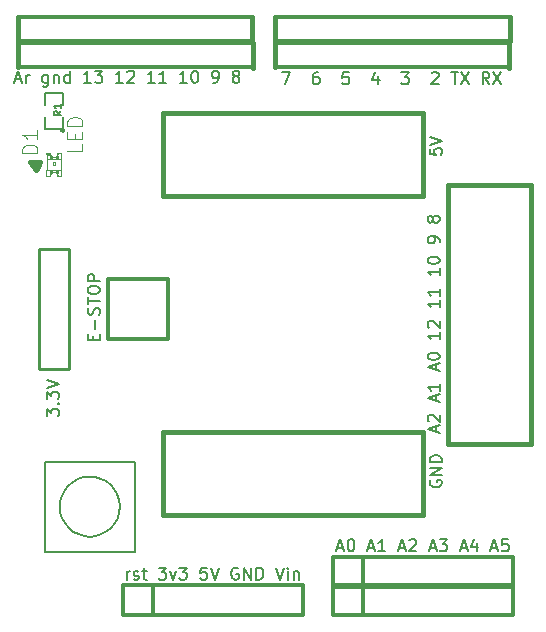
<source format=gto>
G04 (created by PCBNEW-RS274X (2011-nov-30)-testing) date Tue 29 May 2012 07:38:49 PM EDT*
%MOIN*%
G04 Gerber Fmt 3.4, Leading zero omitted, Abs format*
%FSLAX34Y34*%
G01*
G70*
G90*
G04 APERTURE LIST*
%ADD10C,0.006*%
%ADD11C,0.015*%
%ADD12C,0.0026*%
%ADD13C,0.004*%
%ADD14C,0.002*%
%ADD15C,0.012*%
%ADD16C,0.005*%
%ADD17C,0.01*%
%ADD18C,0.0035*%
%ADD19C,0.0079*%
%ADD20C,0.008*%
G04 APERTURE END LIST*
G54D10*
G54D11*
X2609Y14803D02*
X2413Y15079D01*
X2413Y15079D02*
X2728Y15079D01*
X2728Y15079D02*
X2649Y14843D01*
X2649Y14843D02*
X2609Y14961D01*
G54D12*
X3318Y15196D02*
X3446Y15196D01*
X3446Y15196D02*
X3446Y15393D01*
X3318Y15393D02*
X3446Y15393D01*
X3318Y15196D02*
X3318Y15393D01*
X3073Y15196D02*
X3132Y15196D01*
X3132Y15196D02*
X3132Y15295D01*
X3073Y15295D02*
X3132Y15295D01*
X3073Y15196D02*
X3073Y15295D01*
X3268Y15196D02*
X3327Y15196D01*
X3327Y15196D02*
X3327Y15295D01*
X3268Y15295D02*
X3327Y15295D01*
X3268Y15196D02*
X3268Y15295D01*
X3122Y15196D02*
X3278Y15196D01*
X3278Y15196D02*
X3278Y15265D01*
X3122Y15265D02*
X3278Y15265D01*
X3122Y15196D02*
X3122Y15265D01*
X3318Y14607D02*
X3446Y14607D01*
X3446Y14607D02*
X3446Y14804D01*
X3318Y14804D02*
X3446Y14804D01*
X3318Y14607D02*
X3318Y14804D01*
X2954Y14607D02*
X3082Y14607D01*
X3082Y14607D02*
X3082Y14804D01*
X2954Y14804D02*
X3082Y14804D01*
X2954Y14607D02*
X2954Y14804D01*
X3268Y14705D02*
X3327Y14705D01*
X3327Y14705D02*
X3327Y14804D01*
X3268Y14804D02*
X3327Y14804D01*
X3268Y14705D02*
X3268Y14804D01*
X3073Y14705D02*
X3132Y14705D01*
X3132Y14705D02*
X3132Y14804D01*
X3073Y14804D02*
X3132Y14804D01*
X3073Y14705D02*
X3073Y14804D01*
X3122Y14735D02*
X3278Y14735D01*
X3278Y14735D02*
X3278Y14804D01*
X3122Y14804D02*
X3278Y14804D01*
X3122Y14735D02*
X3122Y14804D01*
X3161Y15000D02*
X3239Y15000D01*
X3239Y15000D02*
X3239Y15078D01*
X3161Y15078D02*
X3239Y15078D01*
X3161Y15000D02*
X3161Y15078D01*
X2964Y15196D02*
X3082Y15196D01*
X3082Y15196D02*
X3082Y15314D01*
X2964Y15314D02*
X3082Y15314D01*
X2964Y15196D02*
X2964Y15314D01*
X2954Y15364D02*
X3043Y15364D01*
X3043Y15364D02*
X3043Y15393D01*
X2954Y15393D02*
X3043Y15393D01*
X2954Y15364D02*
X2954Y15393D01*
G54D13*
X3426Y15206D02*
X3426Y14794D01*
X2974Y14804D02*
X2974Y15364D01*
G54D14*
X3051Y15334D02*
X3050Y15329D01*
X3048Y15324D01*
X3046Y15319D01*
X3042Y15315D01*
X3038Y15311D01*
X3033Y15309D01*
X3028Y15307D01*
X3023Y15307D01*
X3018Y15307D01*
X3013Y15309D01*
X3008Y15311D01*
X3004Y15314D01*
X3000Y15319D01*
X2998Y15323D01*
X2996Y15329D01*
X2996Y15334D01*
X2996Y15339D01*
X2997Y15344D01*
X3000Y15349D01*
X3003Y15353D01*
X3008Y15356D01*
X3012Y15359D01*
X3017Y15361D01*
X3023Y15361D01*
X3027Y15361D01*
X3033Y15360D01*
X3038Y15357D01*
X3042Y15354D01*
X3045Y15350D01*
X3048Y15345D01*
X3050Y15340D01*
X3050Y15334D01*
X3051Y15334D01*
G54D13*
X3063Y15393D02*
X3064Y15382D01*
X3066Y15370D01*
X3068Y15358D01*
X3072Y15347D01*
X3076Y15336D01*
X3082Y15325D01*
X3088Y15315D01*
X3096Y15305D01*
X3104Y15297D01*
X3112Y15289D01*
X3122Y15281D01*
X3132Y15275D01*
X3143Y15269D01*
X3154Y15265D01*
X3165Y15261D01*
X3177Y15259D01*
X3189Y15257D01*
X3200Y15256D01*
X3211Y15257D01*
X3223Y15259D01*
X3235Y15261D01*
X3246Y15265D01*
X3257Y15269D01*
X3268Y15275D01*
X3278Y15281D01*
X3288Y15289D01*
X3296Y15297D01*
X3304Y15305D01*
X3312Y15315D01*
X3318Y15325D01*
X3324Y15336D01*
X3328Y15347D01*
X3332Y15358D01*
X3334Y15370D01*
X3336Y15382D01*
X3337Y15393D01*
X3337Y14607D02*
X3336Y14618D01*
X3334Y14630D01*
X3332Y14642D01*
X3328Y14653D01*
X3324Y14664D01*
X3318Y14675D01*
X3312Y14685D01*
X3304Y14695D01*
X3296Y14703D01*
X3288Y14711D01*
X3278Y14719D01*
X3268Y14725D01*
X3257Y14731D01*
X3246Y14735D01*
X3235Y14739D01*
X3223Y14741D01*
X3211Y14743D01*
X3200Y14744D01*
X3189Y14743D01*
X3177Y14741D01*
X3165Y14739D01*
X3154Y14735D01*
X3143Y14731D01*
X3132Y14725D01*
X3122Y14719D01*
X3112Y14711D01*
X3104Y14703D01*
X3096Y14695D01*
X3088Y14685D01*
X3082Y14675D01*
X3076Y14664D01*
X3072Y14653D01*
X3068Y14642D01*
X3066Y14630D01*
X3064Y14618D01*
X3063Y14607D01*
G54D11*
X16339Y5669D02*
X19095Y5669D01*
X19095Y5669D02*
X19095Y14331D01*
X19095Y14331D02*
X16339Y14331D01*
X16339Y14331D02*
X16339Y5669D01*
X15504Y6072D02*
X15504Y3316D01*
X15504Y3316D02*
X6842Y3316D01*
X6842Y3316D02*
X6842Y6072D01*
X6842Y6072D02*
X15504Y6072D01*
X15504Y16702D02*
X15504Y13946D01*
X15504Y13946D02*
X6842Y13946D01*
X6842Y13946D02*
X6842Y16702D01*
X6842Y16702D02*
X15504Y16702D01*
G54D15*
X5496Y-20D02*
X5496Y980D01*
X5496Y980D02*
X11496Y980D01*
X11496Y980D02*
X11496Y-20D01*
X11496Y-20D02*
X5496Y-20D01*
X6496Y-20D02*
X6496Y980D01*
X7000Y11200D02*
X7000Y9200D01*
X7000Y9200D02*
X5000Y9200D01*
X5000Y9200D02*
X5000Y11200D01*
X5000Y11200D02*
X7000Y11200D01*
G54D16*
X3550Y16150D02*
X3549Y16141D01*
X3546Y16131D01*
X3541Y16123D01*
X3535Y16115D01*
X3527Y16109D01*
X3519Y16104D01*
X3510Y16102D01*
X3500Y16101D01*
X3491Y16101D01*
X3482Y16104D01*
X3473Y16109D01*
X3466Y16115D01*
X3459Y16122D01*
X3455Y16131D01*
X3452Y16140D01*
X3451Y16150D01*
X3451Y16159D01*
X3454Y16168D01*
X3458Y16177D01*
X3465Y16184D01*
X3472Y16191D01*
X3480Y16195D01*
X3490Y16198D01*
X3499Y16199D01*
X3508Y16199D01*
X3518Y16196D01*
X3526Y16192D01*
X3534Y16186D01*
X3540Y16178D01*
X3545Y16170D01*
X3548Y16161D01*
X3549Y16151D01*
X3550Y16150D01*
X3500Y16600D02*
X3500Y16200D01*
X3500Y16200D02*
X2900Y16200D01*
X2900Y16200D02*
X2900Y16600D01*
X2900Y17000D02*
X2900Y17400D01*
X2900Y17400D02*
X3500Y17400D01*
X3500Y17400D02*
X3500Y17000D01*
X5400Y3600D02*
X5380Y3406D01*
X5324Y3219D01*
X5232Y3047D01*
X5109Y2896D01*
X4959Y2771D01*
X4787Y2679D01*
X4601Y2621D01*
X4406Y2601D01*
X4213Y2618D01*
X4026Y2673D01*
X3853Y2764D01*
X3701Y2886D01*
X3575Y3036D01*
X3481Y3207D01*
X3422Y3393D01*
X3401Y3587D01*
X3417Y3780D01*
X3471Y3968D01*
X3560Y4141D01*
X3681Y4294D01*
X3830Y4421D01*
X4000Y4516D01*
X4186Y4576D01*
X4380Y4599D01*
X4573Y4584D01*
X4761Y4532D01*
X4935Y4444D01*
X5089Y4324D01*
X5217Y4176D01*
X5313Y4006D01*
X5375Y3821D01*
X5399Y3627D01*
X5400Y3600D01*
X5900Y2100D02*
X2900Y2100D01*
X2900Y2100D02*
X2900Y5100D01*
X2900Y5100D02*
X5900Y5100D01*
X5900Y2100D02*
X5900Y5100D01*
G54D11*
X9837Y18234D02*
X9837Y19042D01*
X2022Y18254D02*
X2022Y19042D01*
G54D15*
X2020Y19056D02*
X9820Y19056D01*
X9820Y18240D02*
X2020Y18240D01*
G54D11*
X18397Y19103D02*
X18397Y19911D01*
X10582Y19123D02*
X10582Y19911D01*
G54D15*
X10580Y19925D02*
X18380Y19925D01*
X18380Y19109D02*
X10580Y19109D01*
G54D11*
X18387Y18234D02*
X18387Y19042D01*
X10572Y18254D02*
X10572Y19042D01*
G54D15*
X10570Y19056D02*
X18370Y19056D01*
X18370Y18240D02*
X10570Y18240D01*
G54D11*
X9815Y19102D02*
X9815Y19910D01*
X2000Y19122D02*
X2000Y19910D01*
G54D15*
X1998Y19924D02*
X9798Y19924D01*
X9798Y19108D02*
X1998Y19108D01*
X12504Y-20D02*
X12504Y980D01*
X12504Y980D02*
X18504Y980D01*
X18504Y980D02*
X18504Y-20D01*
X18504Y-20D02*
X12504Y-20D01*
X13504Y-20D02*
X13504Y980D01*
X12504Y925D02*
X12504Y1925D01*
X12504Y1925D02*
X18504Y1925D01*
X18504Y1925D02*
X18504Y925D01*
X18504Y925D02*
X12504Y925D01*
X13504Y925D02*
X13504Y1925D01*
G54D17*
X3700Y12200D02*
X3700Y8200D01*
X2700Y12200D02*
X2700Y8200D01*
X2700Y8200D02*
X3700Y8200D01*
X3700Y12200D02*
X2700Y12200D01*
G54D18*
X2652Y15381D02*
X2152Y15381D01*
X2152Y15500D01*
X2176Y15572D01*
X2224Y15619D01*
X2271Y15643D01*
X2367Y15667D01*
X2438Y15667D01*
X2533Y15643D01*
X2581Y15619D01*
X2629Y15572D01*
X2652Y15500D01*
X2652Y15381D01*
X2652Y16143D02*
X2652Y15857D01*
X2652Y16000D02*
X2152Y16000D01*
X2224Y15952D01*
X2271Y15905D01*
X2295Y15857D01*
X4152Y15679D02*
X4152Y15441D01*
X3652Y15441D01*
X3890Y15846D02*
X3890Y16013D01*
X4152Y16084D02*
X4152Y15846D01*
X3652Y15846D01*
X3652Y16084D01*
X4152Y16298D02*
X3652Y16298D01*
X3652Y16417D01*
X3676Y16489D01*
X3724Y16536D01*
X3771Y16560D01*
X3867Y16584D01*
X3938Y16584D01*
X4033Y16560D01*
X4081Y16536D01*
X4129Y16489D01*
X4152Y16417D01*
X4152Y16298D01*
G54D19*
X15946Y6092D02*
X15946Y6283D01*
X16060Y6054D02*
X15660Y6187D01*
X16060Y6321D01*
X15698Y6435D02*
X15679Y6454D01*
X15660Y6492D01*
X15660Y6588D01*
X15679Y6626D01*
X15698Y6645D01*
X15736Y6664D01*
X15774Y6664D01*
X15831Y6645D01*
X16060Y6416D01*
X16060Y6664D01*
X15946Y7121D02*
X15946Y7312D01*
X16060Y7083D02*
X15660Y7216D01*
X16060Y7350D01*
X16060Y7693D02*
X16060Y7464D01*
X16060Y7578D02*
X15660Y7578D01*
X15717Y7540D01*
X15755Y7502D01*
X15774Y7464D01*
X15946Y8150D02*
X15946Y8341D01*
X16060Y8112D02*
X15660Y8245D01*
X16060Y8379D01*
X15660Y8588D02*
X15660Y8627D01*
X15679Y8665D01*
X15698Y8684D01*
X15736Y8703D01*
X15812Y8722D01*
X15908Y8722D01*
X15984Y8703D01*
X16022Y8684D01*
X16041Y8665D01*
X16060Y8627D01*
X16060Y8588D01*
X16041Y8550D01*
X16022Y8531D01*
X15984Y8512D01*
X15908Y8493D01*
X15812Y8493D01*
X15736Y8512D01*
X15698Y8531D01*
X15679Y8550D01*
X15660Y8588D01*
X16060Y9408D02*
X16060Y9179D01*
X16060Y9293D02*
X15660Y9293D01*
X15717Y9255D01*
X15755Y9217D01*
X15774Y9179D01*
X15698Y9560D02*
X15679Y9579D01*
X15660Y9617D01*
X15660Y9713D01*
X15679Y9751D01*
X15698Y9770D01*
X15736Y9789D01*
X15774Y9789D01*
X15831Y9770D01*
X16060Y9541D01*
X16060Y9789D01*
X16060Y10475D02*
X16060Y10246D01*
X16060Y10360D02*
X15660Y10360D01*
X15717Y10322D01*
X15755Y10284D01*
X15774Y10246D01*
X16060Y10856D02*
X16060Y10627D01*
X16060Y10741D02*
X15660Y10741D01*
X15717Y10703D01*
X15755Y10665D01*
X15774Y10627D01*
X16060Y11542D02*
X16060Y11313D01*
X16060Y11427D02*
X15660Y11427D01*
X15717Y11389D01*
X15755Y11351D01*
X15774Y11313D01*
X15660Y11789D02*
X15660Y11828D01*
X15679Y11866D01*
X15698Y11885D01*
X15736Y11904D01*
X15812Y11923D01*
X15908Y11923D01*
X15984Y11904D01*
X16022Y11885D01*
X16041Y11866D01*
X16060Y11828D01*
X16060Y11789D01*
X16041Y11751D01*
X16022Y11732D01*
X15984Y11713D01*
X15908Y11694D01*
X15812Y11694D01*
X15736Y11713D01*
X15698Y11732D01*
X15679Y11751D01*
X15660Y11789D01*
X16060Y12418D02*
X16060Y12494D01*
X16041Y12533D01*
X16022Y12552D01*
X15965Y12590D01*
X15888Y12609D01*
X15736Y12609D01*
X15698Y12590D01*
X15679Y12571D01*
X15660Y12533D01*
X15660Y12456D01*
X15679Y12418D01*
X15698Y12399D01*
X15736Y12380D01*
X15831Y12380D01*
X15869Y12399D01*
X15888Y12418D01*
X15908Y12456D01*
X15908Y12533D01*
X15888Y12571D01*
X15869Y12590D01*
X15831Y12609D01*
X15831Y13142D02*
X15812Y13104D01*
X15793Y13085D01*
X15755Y13066D01*
X15736Y13066D01*
X15698Y13085D01*
X15679Y13104D01*
X15660Y13142D01*
X15660Y13219D01*
X15679Y13257D01*
X15698Y13276D01*
X15736Y13295D01*
X15755Y13295D01*
X15793Y13276D01*
X15812Y13257D01*
X15831Y13219D01*
X15831Y13142D01*
X15850Y13104D01*
X15869Y13085D01*
X15908Y13066D01*
X15984Y13066D01*
X16022Y13085D01*
X16041Y13104D01*
X16060Y13142D01*
X16060Y13219D01*
X16041Y13257D01*
X16022Y13276D01*
X15984Y13295D01*
X15908Y13295D01*
X15869Y13276D01*
X15850Y13257D01*
X15831Y13219D01*
G54D20*
X15754Y4471D02*
X15735Y4433D01*
X15735Y4376D01*
X15754Y4318D01*
X15792Y4280D01*
X15830Y4261D01*
X15906Y4242D01*
X15963Y4242D01*
X16040Y4261D01*
X16078Y4280D01*
X16116Y4318D01*
X16135Y4376D01*
X16135Y4414D01*
X16116Y4471D01*
X16097Y4490D01*
X15963Y4490D01*
X15963Y4414D01*
X16135Y4661D02*
X15735Y4661D01*
X16135Y4890D01*
X15735Y4890D01*
X16135Y5080D02*
X15735Y5080D01*
X15735Y5175D01*
X15754Y5233D01*
X15792Y5271D01*
X15830Y5290D01*
X15906Y5309D01*
X15963Y5309D01*
X16040Y5290D01*
X16078Y5271D01*
X16116Y5233D01*
X16135Y5175D01*
X16135Y5080D01*
X15735Y15529D02*
X15735Y15338D01*
X15925Y15319D01*
X15906Y15338D01*
X15887Y15376D01*
X15887Y15472D01*
X15906Y15510D01*
X15925Y15529D01*
X15963Y15548D01*
X16059Y15548D01*
X16097Y15529D01*
X16116Y15510D01*
X16135Y15472D01*
X16135Y15376D01*
X16116Y15338D01*
X16097Y15319D01*
X15735Y15662D02*
X16135Y15795D01*
X15735Y15929D01*
X5628Y1168D02*
X5628Y1435D01*
X5628Y1359D02*
X5647Y1397D01*
X5666Y1416D01*
X5704Y1435D01*
X5743Y1435D01*
X5857Y1187D02*
X5895Y1168D01*
X5971Y1168D01*
X6010Y1187D01*
X6029Y1225D01*
X6029Y1244D01*
X6010Y1282D01*
X5971Y1301D01*
X5914Y1301D01*
X5876Y1320D01*
X5857Y1359D01*
X5857Y1378D01*
X5876Y1416D01*
X5914Y1435D01*
X5971Y1435D01*
X6010Y1416D01*
X6143Y1435D02*
X6295Y1435D01*
X6200Y1568D02*
X6200Y1225D01*
X6219Y1187D01*
X6257Y1168D01*
X6295Y1168D01*
X6696Y1568D02*
X6944Y1568D01*
X6810Y1416D01*
X6868Y1416D01*
X6906Y1397D01*
X6925Y1378D01*
X6944Y1340D01*
X6944Y1244D01*
X6925Y1206D01*
X6906Y1187D01*
X6868Y1168D01*
X6753Y1168D01*
X6715Y1187D01*
X6696Y1206D01*
X7077Y1435D02*
X7172Y1168D01*
X7268Y1435D01*
X7382Y1568D02*
X7630Y1568D01*
X7496Y1416D01*
X7554Y1416D01*
X7592Y1397D01*
X7611Y1378D01*
X7630Y1340D01*
X7630Y1244D01*
X7611Y1206D01*
X7592Y1187D01*
X7554Y1168D01*
X7439Y1168D01*
X7401Y1187D01*
X7382Y1206D01*
X8297Y1568D02*
X8106Y1568D01*
X8087Y1378D01*
X8106Y1397D01*
X8144Y1416D01*
X8240Y1416D01*
X8278Y1397D01*
X8297Y1378D01*
X8316Y1340D01*
X8316Y1244D01*
X8297Y1206D01*
X8278Y1187D01*
X8240Y1168D01*
X8144Y1168D01*
X8106Y1187D01*
X8087Y1206D01*
X8430Y1568D02*
X8563Y1168D01*
X8697Y1568D01*
X9345Y1549D02*
X9307Y1568D01*
X9250Y1568D01*
X9192Y1549D01*
X9154Y1511D01*
X9135Y1473D01*
X9116Y1397D01*
X9116Y1340D01*
X9135Y1263D01*
X9154Y1225D01*
X9192Y1187D01*
X9250Y1168D01*
X9288Y1168D01*
X9345Y1187D01*
X9364Y1206D01*
X9364Y1340D01*
X9288Y1340D01*
X9535Y1168D02*
X9535Y1568D01*
X9764Y1168D01*
X9764Y1568D01*
X9954Y1168D02*
X9954Y1568D01*
X10049Y1568D01*
X10107Y1549D01*
X10145Y1511D01*
X10164Y1473D01*
X10183Y1397D01*
X10183Y1340D01*
X10164Y1263D01*
X10145Y1225D01*
X10107Y1187D01*
X10049Y1168D01*
X9954Y1168D01*
X10602Y1568D02*
X10735Y1168D01*
X10869Y1568D01*
X11002Y1168D02*
X11002Y1435D01*
X11002Y1568D02*
X10983Y1549D01*
X11002Y1530D01*
X11021Y1549D01*
X11002Y1568D01*
X11002Y1530D01*
X11192Y1435D02*
X11192Y1168D01*
X11192Y1397D02*
X11211Y1416D01*
X11249Y1435D01*
X11307Y1435D01*
X11345Y1416D01*
X11364Y1378D01*
X11364Y1168D01*
X4521Y9159D02*
X4521Y9293D01*
X4731Y9350D02*
X4731Y9159D01*
X4331Y9159D01*
X4331Y9350D01*
X4579Y9521D02*
X4579Y9826D01*
X4712Y9997D02*
X4731Y10054D01*
X4731Y10150D01*
X4712Y10188D01*
X4693Y10207D01*
X4655Y10226D01*
X4617Y10226D01*
X4579Y10207D01*
X4559Y10188D01*
X4540Y10150D01*
X4521Y10073D01*
X4502Y10035D01*
X4483Y10016D01*
X4445Y9997D01*
X4407Y9997D01*
X4369Y10016D01*
X4350Y10035D01*
X4331Y10073D01*
X4331Y10169D01*
X4350Y10226D01*
X4331Y10340D02*
X4331Y10569D01*
X4731Y10454D02*
X4331Y10454D01*
X4331Y10778D02*
X4331Y10855D01*
X4350Y10893D01*
X4388Y10931D01*
X4464Y10950D01*
X4598Y10950D01*
X4674Y10931D01*
X4712Y10893D01*
X4731Y10855D01*
X4731Y10778D01*
X4712Y10740D01*
X4674Y10702D01*
X4598Y10683D01*
X4464Y10683D01*
X4388Y10702D01*
X4350Y10740D01*
X4331Y10778D01*
X4731Y11121D02*
X4331Y11121D01*
X4331Y11274D01*
X4350Y11312D01*
X4369Y11331D01*
X4407Y11350D01*
X4464Y11350D01*
X4502Y11331D01*
X4521Y11312D01*
X4540Y11274D01*
X4540Y11121D01*
G54D16*
X3443Y16778D02*
X3324Y16695D01*
X3443Y16636D02*
X3193Y16636D01*
X3193Y16731D01*
X3205Y16755D01*
X3217Y16766D01*
X3241Y16778D01*
X3277Y16778D01*
X3300Y16766D01*
X3312Y16755D01*
X3324Y16731D01*
X3324Y16636D01*
X3443Y17016D02*
X3443Y16874D01*
X3443Y16945D02*
X3193Y16945D01*
X3229Y16921D01*
X3253Y16897D01*
X3265Y16874D01*
G54D20*
X1917Y17838D02*
X2108Y17838D01*
X1879Y17724D02*
X2012Y18124D01*
X2146Y17724D01*
X2279Y17724D02*
X2279Y17991D01*
X2279Y17915D02*
X2298Y17953D01*
X2317Y17972D01*
X2355Y17991D01*
X2394Y17991D01*
X3004Y17991D02*
X3004Y17667D01*
X2985Y17629D01*
X2966Y17610D01*
X2927Y17591D01*
X2870Y17591D01*
X2832Y17610D01*
X3004Y17743D02*
X2966Y17724D01*
X2889Y17724D01*
X2851Y17743D01*
X2832Y17762D01*
X2813Y17800D01*
X2813Y17915D01*
X2832Y17953D01*
X2851Y17972D01*
X2889Y17991D01*
X2966Y17991D01*
X3004Y17972D01*
X3194Y17991D02*
X3194Y17724D01*
X3194Y17953D02*
X3213Y17972D01*
X3251Y17991D01*
X3309Y17991D01*
X3347Y17972D01*
X3366Y17934D01*
X3366Y17724D01*
X3728Y17724D02*
X3728Y18124D01*
X3728Y17743D02*
X3690Y17724D01*
X3613Y17724D01*
X3575Y17743D01*
X3556Y17762D01*
X3537Y17800D01*
X3537Y17915D01*
X3556Y17953D01*
X3575Y17972D01*
X3613Y17991D01*
X3690Y17991D01*
X3728Y17972D01*
X4433Y17724D02*
X4204Y17724D01*
X4318Y17724D02*
X4318Y18124D01*
X4280Y18067D01*
X4242Y18029D01*
X4204Y18010D01*
X4566Y18124D02*
X4814Y18124D01*
X4680Y17972D01*
X4738Y17972D01*
X4776Y17953D01*
X4795Y17934D01*
X4814Y17896D01*
X4814Y17800D01*
X4795Y17762D01*
X4776Y17743D01*
X4738Y17724D01*
X4623Y17724D01*
X4585Y17743D01*
X4566Y17762D01*
X5500Y17724D02*
X5271Y17724D01*
X5385Y17724D02*
X5385Y18124D01*
X5347Y18067D01*
X5309Y18029D01*
X5271Y18010D01*
X5652Y18086D02*
X5671Y18105D01*
X5709Y18124D01*
X5805Y18124D01*
X5843Y18105D01*
X5862Y18086D01*
X5881Y18048D01*
X5881Y18010D01*
X5862Y17953D01*
X5633Y17724D01*
X5881Y17724D01*
X6567Y17724D02*
X6338Y17724D01*
X6452Y17724D02*
X6452Y18124D01*
X6414Y18067D01*
X6376Y18029D01*
X6338Y18010D01*
X6948Y17724D02*
X6719Y17724D01*
X6833Y17724D02*
X6833Y18124D01*
X6795Y18067D01*
X6757Y18029D01*
X6719Y18010D01*
X7634Y17724D02*
X7405Y17724D01*
X7519Y17724D02*
X7519Y18124D01*
X7481Y18067D01*
X7443Y18029D01*
X7405Y18010D01*
X7881Y18124D02*
X7920Y18124D01*
X7958Y18105D01*
X7977Y18086D01*
X7996Y18048D01*
X8015Y17972D01*
X8015Y17876D01*
X7996Y17800D01*
X7977Y17762D01*
X7958Y17743D01*
X7920Y17724D01*
X7881Y17724D01*
X7843Y17743D01*
X7824Y17762D01*
X7805Y17800D01*
X7786Y17876D01*
X7786Y17972D01*
X7805Y18048D01*
X7824Y18086D01*
X7843Y18105D01*
X7881Y18124D01*
X8510Y17724D02*
X8586Y17724D01*
X8625Y17743D01*
X8644Y17762D01*
X8682Y17819D01*
X8701Y17896D01*
X8701Y18048D01*
X8682Y18086D01*
X8663Y18105D01*
X8625Y18124D01*
X8548Y18124D01*
X8510Y18105D01*
X8491Y18086D01*
X8472Y18048D01*
X8472Y17953D01*
X8491Y17915D01*
X8510Y17896D01*
X8548Y17876D01*
X8625Y17876D01*
X8663Y17896D01*
X8682Y17915D01*
X8701Y17953D01*
X9234Y17953D02*
X9196Y17972D01*
X9177Y17991D01*
X9158Y18029D01*
X9158Y18048D01*
X9177Y18086D01*
X9196Y18105D01*
X9234Y18124D01*
X9311Y18124D01*
X9349Y18105D01*
X9368Y18086D01*
X9387Y18048D01*
X9387Y18029D01*
X9368Y17991D01*
X9349Y17972D01*
X9311Y17953D01*
X9234Y17953D01*
X9196Y17934D01*
X9177Y17915D01*
X9158Y17876D01*
X9158Y17800D01*
X9177Y17762D01*
X9196Y17743D01*
X9234Y17724D01*
X9311Y17724D01*
X9349Y17743D01*
X9368Y17762D01*
X9387Y17800D01*
X9387Y17876D01*
X9368Y17915D01*
X9349Y17934D01*
X9311Y17953D01*
X10821Y18078D02*
X11088Y18078D01*
X10916Y17678D01*
X12022Y18078D02*
X11945Y18078D01*
X11907Y18059D01*
X11888Y18040D01*
X11850Y17983D01*
X11831Y17907D01*
X11831Y17754D01*
X11850Y17716D01*
X11869Y17697D01*
X11907Y17678D01*
X11984Y17678D01*
X12022Y17697D01*
X12041Y17716D01*
X12060Y17754D01*
X12060Y17850D01*
X12041Y17888D01*
X12022Y17907D01*
X11984Y17926D01*
X11907Y17926D01*
X11869Y17907D01*
X11850Y17888D01*
X11831Y17850D01*
X13032Y18078D02*
X12841Y18078D01*
X12822Y17888D01*
X12841Y17907D01*
X12879Y17926D01*
X12975Y17926D01*
X13013Y17907D01*
X13032Y17888D01*
X13051Y17850D01*
X13051Y17754D01*
X13032Y17716D01*
X13013Y17697D01*
X12975Y17678D01*
X12879Y17678D01*
X12841Y17697D01*
X12822Y17716D01*
X14004Y17945D02*
X14004Y17678D01*
X13908Y18097D02*
X13813Y17811D01*
X14061Y17811D01*
X14785Y18078D02*
X15033Y18078D01*
X14899Y17926D01*
X14957Y17926D01*
X14995Y17907D01*
X15014Y17888D01*
X15033Y17850D01*
X15033Y17754D01*
X15014Y17716D01*
X14995Y17697D01*
X14957Y17678D01*
X14842Y17678D01*
X14804Y17697D01*
X14785Y17716D01*
X15795Y18040D02*
X15814Y18059D01*
X15852Y18078D01*
X15948Y18078D01*
X15986Y18059D01*
X16005Y18040D01*
X16024Y18002D01*
X16024Y17964D01*
X16005Y17907D01*
X15776Y17678D01*
X16024Y17678D01*
X16443Y18078D02*
X16672Y18078D01*
X16557Y17678D02*
X16557Y18078D01*
X16767Y18078D02*
X17034Y17678D01*
X17034Y18078D02*
X16767Y17678D01*
X17720Y17678D02*
X17586Y17869D01*
X17491Y17678D02*
X17491Y18078D01*
X17644Y18078D01*
X17682Y18059D01*
X17701Y18040D01*
X17720Y18002D01*
X17720Y17945D01*
X17701Y17907D01*
X17682Y17888D01*
X17644Y17869D01*
X17491Y17869D01*
X17853Y18078D02*
X18120Y17678D01*
X18120Y18078D02*
X17853Y17678D01*
X12646Y2227D02*
X12837Y2227D01*
X12608Y2113D02*
X12741Y2513D01*
X12875Y2113D01*
X13084Y2513D02*
X13123Y2513D01*
X13161Y2494D01*
X13180Y2475D01*
X13199Y2437D01*
X13218Y2361D01*
X13218Y2265D01*
X13199Y2189D01*
X13180Y2151D01*
X13161Y2132D01*
X13123Y2113D01*
X13084Y2113D01*
X13046Y2132D01*
X13027Y2151D01*
X13008Y2189D01*
X12989Y2265D01*
X12989Y2361D01*
X13008Y2437D01*
X13027Y2475D01*
X13046Y2494D01*
X13084Y2513D01*
X13675Y2227D02*
X13866Y2227D01*
X13637Y2113D02*
X13770Y2513D01*
X13904Y2113D01*
X14247Y2113D02*
X14018Y2113D01*
X14132Y2113D02*
X14132Y2513D01*
X14094Y2456D01*
X14056Y2418D01*
X14018Y2399D01*
X14704Y2227D02*
X14895Y2227D01*
X14666Y2113D02*
X14799Y2513D01*
X14933Y2113D01*
X15047Y2475D02*
X15066Y2494D01*
X15104Y2513D01*
X15200Y2513D01*
X15238Y2494D01*
X15257Y2475D01*
X15276Y2437D01*
X15276Y2399D01*
X15257Y2342D01*
X15028Y2113D01*
X15276Y2113D01*
X15733Y2227D02*
X15924Y2227D01*
X15695Y2113D02*
X15828Y2513D01*
X15962Y2113D01*
X16057Y2513D02*
X16305Y2513D01*
X16171Y2361D01*
X16229Y2361D01*
X16267Y2342D01*
X16286Y2323D01*
X16305Y2285D01*
X16305Y2189D01*
X16286Y2151D01*
X16267Y2132D01*
X16229Y2113D01*
X16114Y2113D01*
X16076Y2132D01*
X16057Y2151D01*
X16762Y2227D02*
X16953Y2227D01*
X16724Y2113D02*
X16857Y2513D01*
X16991Y2113D01*
X17296Y2380D02*
X17296Y2113D01*
X17200Y2532D02*
X17105Y2246D01*
X17353Y2246D01*
X17791Y2227D02*
X17982Y2227D01*
X17753Y2113D02*
X17886Y2513D01*
X18020Y2113D01*
X18344Y2513D02*
X18153Y2513D01*
X18134Y2323D01*
X18153Y2342D01*
X18191Y2361D01*
X18287Y2361D01*
X18325Y2342D01*
X18344Y2323D01*
X18363Y2285D01*
X18363Y2189D01*
X18344Y2151D01*
X18325Y2132D01*
X18287Y2113D01*
X18191Y2113D01*
X18153Y2132D01*
X18134Y2151D01*
X2962Y6610D02*
X2962Y6858D01*
X3114Y6724D01*
X3114Y6782D01*
X3133Y6820D01*
X3152Y6839D01*
X3190Y6858D01*
X3286Y6858D01*
X3324Y6839D01*
X3343Y6820D01*
X3362Y6782D01*
X3362Y6667D01*
X3343Y6629D01*
X3324Y6610D01*
X3324Y7029D02*
X3343Y7048D01*
X3362Y7029D01*
X3343Y7010D01*
X3324Y7029D01*
X3362Y7029D01*
X2962Y7181D02*
X2962Y7429D01*
X3114Y7295D01*
X3114Y7353D01*
X3133Y7391D01*
X3152Y7410D01*
X3190Y7429D01*
X3286Y7429D01*
X3324Y7410D01*
X3343Y7391D01*
X3362Y7353D01*
X3362Y7238D01*
X3343Y7200D01*
X3324Y7181D01*
X2962Y7543D02*
X3362Y7676D01*
X2962Y7810D01*
M02*

</source>
